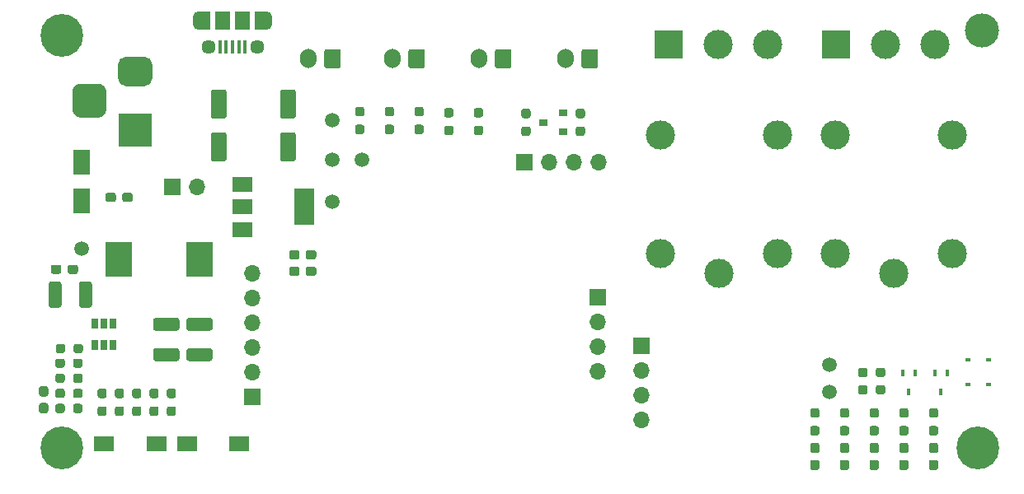
<source format=gbr>
%TF.GenerationSoftware,KiCad,Pcbnew,5.1.9-73d0e3b20d~88~ubuntu18.04.1*%
%TF.CreationDate,2021-03-24T04:21:48+02:00*%
%TF.ProjectId,Electra,456c6563-7472-4612-9e6b-696361645f70,rev?*%
%TF.SameCoordinates,Original*%
%TF.FileFunction,Soldermask,Top*%
%TF.FilePolarity,Negative*%
%FSLAX46Y46*%
G04 Gerber Fmt 4.6, Leading zero omitted, Abs format (unit mm)*
G04 Created by KiCad (PCBNEW 5.1.9-73d0e3b20d~88~ubuntu18.04.1) date 2021-03-24 04:21:48*
%MOMM*%
%LPD*%
G01*
G04 APERTURE LIST*
%ADD10C,3.500000*%
%ADD11C,2.600000*%
%ADD12C,3.000000*%
%ADD13R,1.700000X1.700000*%
%ADD14O,1.700000X1.700000*%
%ADD15O,1.700000X2.000000*%
%ADD16R,2.700000X3.600000*%
%ADD17C,4.400000*%
%ADD18C,0.700000*%
%ADD19R,3.000000X3.000000*%
%ADD20R,1.800000X2.500000*%
%ADD21R,0.600000X0.450000*%
%ADD22R,3.500000X3.500000*%
%ADD23R,1.500000X1.900000*%
%ADD24C,1.450000*%
%ADD25R,0.400000X1.350000*%
%ADD26O,1.200000X1.900000*%
%ADD27R,1.200000X1.900000*%
%ADD28R,0.450000X0.700000*%
%ADD29R,0.900000X0.800000*%
%ADD30R,2.000000X1.600000*%
%ADD31C,1.500000*%
%ADD32R,2.000000X3.800000*%
%ADD33R,2.000000X1.500000*%
%ADD34R,0.650000X1.060000*%
G04 APERTURE END LIST*
%TO.C,R206*%
G36*
G01*
X101625000Y-112137500D02*
X101625000Y-111662500D01*
G75*
G02*
X101862500Y-111425000I237500J0D01*
G01*
X102362500Y-111425000D01*
G75*
G02*
X102600000Y-111662500I0J-237500D01*
G01*
X102600000Y-112137500D01*
G75*
G02*
X102362500Y-112375000I-237500J0D01*
G01*
X101862500Y-112375000D01*
G75*
G02*
X101625000Y-112137500I0J237500D01*
G01*
G37*
G36*
G01*
X99800000Y-112137500D02*
X99800000Y-111662500D01*
G75*
G02*
X100037500Y-111425000I237500J0D01*
G01*
X100537500Y-111425000D01*
G75*
G02*
X100775000Y-111662500I0J-237500D01*
G01*
X100775000Y-112137500D01*
G75*
G02*
X100537500Y-112375000I-237500J0D01*
G01*
X100037500Y-112375000D01*
G75*
G02*
X99800000Y-112137500I0J237500D01*
G01*
G37*
%TD*%
%TO.C,R205*%
G36*
G01*
X101625000Y-110587500D02*
X101625000Y-110112500D01*
G75*
G02*
X101862500Y-109875000I237500J0D01*
G01*
X102362500Y-109875000D01*
G75*
G02*
X102600000Y-110112500I0J-237500D01*
G01*
X102600000Y-110587500D01*
G75*
G02*
X102362500Y-110825000I-237500J0D01*
G01*
X101862500Y-110825000D01*
G75*
G02*
X101625000Y-110587500I0J237500D01*
G01*
G37*
G36*
G01*
X99800000Y-110587500D02*
X99800000Y-110112500D01*
G75*
G02*
X100037500Y-109875000I237500J0D01*
G01*
X100537500Y-109875000D01*
G75*
G02*
X100775000Y-110112500I0J-237500D01*
G01*
X100775000Y-110587500D01*
G75*
G02*
X100537500Y-110825000I-237500J0D01*
G01*
X100037500Y-110825000D01*
G75*
G02*
X99800000Y-110587500I0J237500D01*
G01*
G37*
%TD*%
%TO.C,R204*%
G36*
G01*
X100775000Y-108562500D02*
X100775000Y-109037500D01*
G75*
G02*
X100537500Y-109275000I-237500J0D01*
G01*
X100037500Y-109275000D01*
G75*
G02*
X99800000Y-109037500I0J237500D01*
G01*
X99800000Y-108562500D01*
G75*
G02*
X100037500Y-108325000I237500J0D01*
G01*
X100537500Y-108325000D01*
G75*
G02*
X100775000Y-108562500I0J-237500D01*
G01*
G37*
G36*
G01*
X102600000Y-108562500D02*
X102600000Y-109037500D01*
G75*
G02*
X102362500Y-109275000I-237500J0D01*
G01*
X101862500Y-109275000D01*
G75*
G02*
X101625000Y-109037500I0J237500D01*
G01*
X101625000Y-108562500D01*
G75*
G02*
X101862500Y-108325000I237500J0D01*
G01*
X102362500Y-108325000D01*
G75*
G02*
X102600000Y-108562500I0J-237500D01*
G01*
G37*
%TD*%
%TO.C,R202*%
G36*
G01*
X100775000Y-107012500D02*
X100775000Y-107487500D01*
G75*
G02*
X100537500Y-107725000I-237500J0D01*
G01*
X100037500Y-107725000D01*
G75*
G02*
X99800000Y-107487500I0J237500D01*
G01*
X99800000Y-107012500D01*
G75*
G02*
X100037500Y-106775000I237500J0D01*
G01*
X100537500Y-106775000D01*
G75*
G02*
X100775000Y-107012500I0J-237500D01*
G01*
G37*
G36*
G01*
X102600000Y-107012500D02*
X102600000Y-107487500D01*
G75*
G02*
X102362500Y-107725000I-237500J0D01*
G01*
X101862500Y-107725000D01*
G75*
G02*
X101625000Y-107487500I0J237500D01*
G01*
X101625000Y-107012500D01*
G75*
G02*
X101862500Y-106775000I237500J0D01*
G01*
X102362500Y-106775000D01*
G75*
G02*
X102600000Y-107012500I0J-237500D01*
G01*
G37*
%TD*%
%TO.C,R201*%
G36*
G01*
X101662500Y-105987500D02*
X101662500Y-105512500D01*
G75*
G02*
X101900000Y-105275000I237500J0D01*
G01*
X102400000Y-105275000D01*
G75*
G02*
X102637500Y-105512500I0J-237500D01*
G01*
X102637500Y-105987500D01*
G75*
G02*
X102400000Y-106225000I-237500J0D01*
G01*
X101900000Y-106225000D01*
G75*
G02*
X101662500Y-105987500I0J237500D01*
G01*
G37*
G36*
G01*
X99837500Y-105987500D02*
X99837500Y-105512500D01*
G75*
G02*
X100075000Y-105275000I237500J0D01*
G01*
X100575000Y-105275000D01*
G75*
G02*
X100812500Y-105512500I0J-237500D01*
G01*
X100812500Y-105987500D01*
G75*
G02*
X100575000Y-106225000I-237500J0D01*
G01*
X100075000Y-106225000D01*
G75*
G02*
X99837500Y-105987500I0J237500D01*
G01*
G37*
%TD*%
D10*
%TO.C,REF\u002A\u002A*%
X195000000Y-73000000D03*
D11*
X195000000Y-73000000D03*
%TD*%
D12*
%TO.C,K301*%
X185920000Y-98000000D03*
X179920000Y-96000000D03*
X179920000Y-83800000D03*
X191920000Y-83800000D03*
X191920000Y-96000000D03*
%TD*%
D13*
%TO.C,J801*%
X148000000Y-86600000D03*
D14*
X150540000Y-86600000D03*
X153080000Y-86600000D03*
X155620000Y-86600000D03*
%TD*%
D12*
%TO.C,K401*%
X173920000Y-96000000D03*
X173920000Y-83800000D03*
X161920000Y-83800000D03*
X161920000Y-96000000D03*
X167920000Y-98000000D03*
%TD*%
D14*
%TO.C,REF\u002A\u002A*%
X155500000Y-108080000D03*
X155500000Y-105540000D03*
X155500000Y-103000000D03*
D13*
X155500000Y-100460000D03*
%TD*%
D15*
%TO.C,J501*%
X152186000Y-75946000D03*
G36*
G01*
X155536000Y-75196000D02*
X155536000Y-76696000D01*
G75*
G02*
X155286000Y-76946000I-250000J0D01*
G01*
X154086000Y-76946000D01*
G75*
G02*
X153836000Y-76696000I0J250000D01*
G01*
X153836000Y-75196000D01*
G75*
G02*
X154086000Y-74946000I250000J0D01*
G01*
X155286000Y-74946000D01*
G75*
G02*
X155536000Y-75196000I0J-250000D01*
G01*
G37*
%TD*%
%TO.C,R203*%
G36*
G01*
X178037500Y-112859000D02*
X177562500Y-112859000D01*
G75*
G02*
X177325000Y-112621500I0J237500D01*
G01*
X177325000Y-112121500D01*
G75*
G02*
X177562500Y-111884000I237500J0D01*
G01*
X178037500Y-111884000D01*
G75*
G02*
X178275000Y-112121500I0J-237500D01*
G01*
X178275000Y-112621500D01*
G75*
G02*
X178037500Y-112859000I-237500J0D01*
G01*
G37*
G36*
G01*
X178037500Y-114684000D02*
X177562500Y-114684000D01*
G75*
G02*
X177325000Y-114446500I0J237500D01*
G01*
X177325000Y-113946500D01*
G75*
G02*
X177562500Y-113709000I237500J0D01*
G01*
X178037500Y-113709000D01*
G75*
G02*
X178275000Y-113946500I0J-237500D01*
G01*
X178275000Y-114446500D01*
G75*
G02*
X178037500Y-114684000I-237500J0D01*
G01*
G37*
%TD*%
%TO.C,C203*%
G36*
G01*
X117136000Y-82104000D02*
X116036000Y-82104000D01*
G75*
G02*
X115786000Y-81854000I0J250000D01*
G01*
X115786000Y-79354000D01*
G75*
G02*
X116036000Y-79104000I250000J0D01*
G01*
X117136000Y-79104000D01*
G75*
G02*
X117386000Y-79354000I0J-250000D01*
G01*
X117386000Y-81854000D01*
G75*
G02*
X117136000Y-82104000I-250000J0D01*
G01*
G37*
G36*
G01*
X117136000Y-86504000D02*
X116036000Y-86504000D01*
G75*
G02*
X115786000Y-86254000I0J250000D01*
G01*
X115786000Y-83754000D01*
G75*
G02*
X116036000Y-83504000I250000J0D01*
G01*
X117136000Y-83504000D01*
G75*
G02*
X117386000Y-83754000I0J-250000D01*
G01*
X117386000Y-86254000D01*
G75*
G02*
X117136000Y-86504000I-250000J0D01*
G01*
G37*
%TD*%
D16*
%TO.C,L201*%
X106300000Y-96600000D03*
X114600000Y-96600000D03*
%TD*%
D17*
%TO.C,REF\u002A\u002A*%
X100500000Y-73500000D03*
D18*
X102150000Y-73500000D03*
X101666726Y-74666726D03*
X100500000Y-75150000D03*
X99333274Y-74666726D03*
X98850000Y-73500000D03*
X99333274Y-72333274D03*
X100500000Y-71850000D03*
X101666726Y-72333274D03*
%TD*%
%TO.C,REF\u002A\u002A*%
X101666726Y-114833274D03*
X100500000Y-114350000D03*
X99333274Y-114833274D03*
X98850000Y-116000000D03*
X99333274Y-117166726D03*
X100500000Y-117650000D03*
X101666726Y-117166726D03*
X102150000Y-116000000D03*
D17*
X100500000Y-116000000D03*
%TD*%
%TO.C,REF\u002A\u002A*%
X194500000Y-116000000D03*
D18*
X196150000Y-116000000D03*
X195666726Y-117166726D03*
X194500000Y-117650000D03*
X193333274Y-117166726D03*
X192850000Y-116000000D03*
X193333274Y-114833274D03*
X194500000Y-114350000D03*
X195666726Y-114833274D03*
%TD*%
D12*
%TO.C,J401*%
X172920000Y-74510000D03*
X167840000Y-74510000D03*
D19*
X162760000Y-74510000D03*
%TD*%
%TO.C,C201*%
G36*
G01*
X100437500Y-99099999D02*
X100437500Y-101300001D01*
G75*
G02*
X100187501Y-101550000I-249999J0D01*
G01*
X99362499Y-101550000D01*
G75*
G02*
X99112500Y-101300001I0J249999D01*
G01*
X99112500Y-99099999D01*
G75*
G02*
X99362499Y-98850000I249999J0D01*
G01*
X100187501Y-98850000D01*
G75*
G02*
X100437500Y-99099999I0J-249999D01*
G01*
G37*
G36*
G01*
X103562500Y-99099999D02*
X103562500Y-101300001D01*
G75*
G02*
X103312501Y-101550000I-249999J0D01*
G01*
X102487499Y-101550000D01*
G75*
G02*
X102237500Y-101300001I0J249999D01*
G01*
X102237500Y-99099999D01*
G75*
G02*
X102487499Y-98850000I249999J0D01*
G01*
X103312501Y-98850000D01*
G75*
G02*
X103562500Y-99099999I0J-249999D01*
G01*
G37*
%TD*%
%TO.C,C202*%
G36*
G01*
X100412500Y-97362500D02*
X100412500Y-97837500D01*
G75*
G02*
X100175000Y-98075000I-237500J0D01*
G01*
X99575000Y-98075000D01*
G75*
G02*
X99337500Y-97837500I0J237500D01*
G01*
X99337500Y-97362500D01*
G75*
G02*
X99575000Y-97125000I237500J0D01*
G01*
X100175000Y-97125000D01*
G75*
G02*
X100412500Y-97362500I0J-237500D01*
G01*
G37*
G36*
G01*
X102137500Y-97362500D02*
X102137500Y-97837500D01*
G75*
G02*
X101900000Y-98075000I-237500J0D01*
G01*
X101300000Y-98075000D01*
G75*
G02*
X101062500Y-97837500I0J237500D01*
G01*
X101062500Y-97362500D01*
G75*
G02*
X101300000Y-97125000I237500J0D01*
G01*
X101900000Y-97125000D01*
G75*
G02*
X102137500Y-97362500I0J-237500D01*
G01*
G37*
%TD*%
%TO.C,C204*%
G36*
G01*
X104950000Y-90437500D02*
X104950000Y-89962500D01*
G75*
G02*
X105187500Y-89725000I237500J0D01*
G01*
X105787500Y-89725000D01*
G75*
G02*
X106025000Y-89962500I0J-237500D01*
G01*
X106025000Y-90437500D01*
G75*
G02*
X105787500Y-90675000I-237500J0D01*
G01*
X105187500Y-90675000D01*
G75*
G02*
X104950000Y-90437500I0J237500D01*
G01*
G37*
G36*
G01*
X106675000Y-90437500D02*
X106675000Y-89962500D01*
G75*
G02*
X106912500Y-89725000I237500J0D01*
G01*
X107512500Y-89725000D01*
G75*
G02*
X107750000Y-89962500I0J-237500D01*
G01*
X107750000Y-90437500D01*
G75*
G02*
X107512500Y-90675000I-237500J0D01*
G01*
X106912500Y-90675000D01*
G75*
G02*
X106675000Y-90437500I0J237500D01*
G01*
G37*
%TD*%
%TO.C,C205*%
G36*
G01*
X112300001Y-107037500D02*
X110099999Y-107037500D01*
G75*
G02*
X109850000Y-106787501I0J249999D01*
G01*
X109850000Y-105962499D01*
G75*
G02*
X110099999Y-105712500I249999J0D01*
G01*
X112300001Y-105712500D01*
G75*
G02*
X112550000Y-105962499I0J-249999D01*
G01*
X112550000Y-106787501D01*
G75*
G02*
X112300001Y-107037500I-249999J0D01*
G01*
G37*
G36*
G01*
X112300001Y-103912500D02*
X110099999Y-103912500D01*
G75*
G02*
X109850000Y-103662501I0J249999D01*
G01*
X109850000Y-102837499D01*
G75*
G02*
X110099999Y-102587500I249999J0D01*
G01*
X112300001Y-102587500D01*
G75*
G02*
X112550000Y-102837499I0J-249999D01*
G01*
X112550000Y-103662501D01*
G75*
G02*
X112300001Y-103912500I-249999J0D01*
G01*
G37*
%TD*%
%TO.C,C206*%
G36*
G01*
X115700001Y-103912500D02*
X113499999Y-103912500D01*
G75*
G02*
X113250000Y-103662501I0J249999D01*
G01*
X113250000Y-102837499D01*
G75*
G02*
X113499999Y-102587500I249999J0D01*
G01*
X115700001Y-102587500D01*
G75*
G02*
X115950000Y-102837499I0J-249999D01*
G01*
X115950000Y-103662501D01*
G75*
G02*
X115700001Y-103912500I-249999J0D01*
G01*
G37*
G36*
G01*
X115700001Y-107037500D02*
X113499999Y-107037500D01*
G75*
G02*
X113250000Y-106787501I0J249999D01*
G01*
X113250000Y-105962499D01*
G75*
G02*
X113499999Y-105712500I249999J0D01*
G01*
X115700001Y-105712500D01*
G75*
G02*
X115950000Y-105962499I0J-249999D01*
G01*
X115950000Y-106787501D01*
G75*
G02*
X115700001Y-107037500I-249999J0D01*
G01*
G37*
%TD*%
%TO.C,C207*%
G36*
G01*
X98837500Y-112400000D02*
X98362500Y-112400000D01*
G75*
G02*
X98125000Y-112162500I0J237500D01*
G01*
X98125000Y-111562500D01*
G75*
G02*
X98362500Y-111325000I237500J0D01*
G01*
X98837500Y-111325000D01*
G75*
G02*
X99075000Y-111562500I0J-237500D01*
G01*
X99075000Y-112162500D01*
G75*
G02*
X98837500Y-112400000I-237500J0D01*
G01*
G37*
G36*
G01*
X98837500Y-110675000D02*
X98362500Y-110675000D01*
G75*
G02*
X98125000Y-110437500I0J237500D01*
G01*
X98125000Y-109837500D01*
G75*
G02*
X98362500Y-109600000I237500J0D01*
G01*
X98837500Y-109600000D01*
G75*
G02*
X99075000Y-109837500I0J-237500D01*
G01*
X99075000Y-110437500D01*
G75*
G02*
X98837500Y-110675000I-237500J0D01*
G01*
G37*
%TD*%
%TO.C,C208*%
G36*
G01*
X124248000Y-86504000D02*
X123148000Y-86504000D01*
G75*
G02*
X122898000Y-86254000I0J250000D01*
G01*
X122898000Y-83754000D01*
G75*
G02*
X123148000Y-83504000I250000J0D01*
G01*
X124248000Y-83504000D01*
G75*
G02*
X124498000Y-83754000I0J-250000D01*
G01*
X124498000Y-86254000D01*
G75*
G02*
X124248000Y-86504000I-250000J0D01*
G01*
G37*
G36*
G01*
X124248000Y-82104000D02*
X123148000Y-82104000D01*
G75*
G02*
X122898000Y-81854000I0J250000D01*
G01*
X122898000Y-79354000D01*
G75*
G02*
X123148000Y-79104000I250000J0D01*
G01*
X124248000Y-79104000D01*
G75*
G02*
X124498000Y-79354000I0J-250000D01*
G01*
X124498000Y-81854000D01*
G75*
G02*
X124248000Y-82104000I-250000J0D01*
G01*
G37*
%TD*%
%TO.C,C601*%
G36*
G01*
X126600000Y-95862500D02*
X126600000Y-96337500D01*
G75*
G02*
X126362500Y-96575000I-237500J0D01*
G01*
X125762500Y-96575000D01*
G75*
G02*
X125525000Y-96337500I0J237500D01*
G01*
X125525000Y-95862500D01*
G75*
G02*
X125762500Y-95625000I237500J0D01*
G01*
X126362500Y-95625000D01*
G75*
G02*
X126600000Y-95862500I0J-237500D01*
G01*
G37*
G36*
G01*
X124875000Y-95862500D02*
X124875000Y-96337500D01*
G75*
G02*
X124637500Y-96575000I-237500J0D01*
G01*
X124037500Y-96575000D01*
G75*
G02*
X123800000Y-96337500I0J237500D01*
G01*
X123800000Y-95862500D01*
G75*
G02*
X124037500Y-95625000I237500J0D01*
G01*
X124637500Y-95625000D01*
G75*
G02*
X124875000Y-95862500I0J-237500D01*
G01*
G37*
%TD*%
%TO.C,C602*%
G36*
G01*
X124875000Y-97562500D02*
X124875000Y-98037500D01*
G75*
G02*
X124637500Y-98275000I-237500J0D01*
G01*
X124037500Y-98275000D01*
G75*
G02*
X123800000Y-98037500I0J237500D01*
G01*
X123800000Y-97562500D01*
G75*
G02*
X124037500Y-97325000I237500J0D01*
G01*
X124637500Y-97325000D01*
G75*
G02*
X124875000Y-97562500I0J-237500D01*
G01*
G37*
G36*
G01*
X126600000Y-97562500D02*
X126600000Y-98037500D01*
G75*
G02*
X126362500Y-98275000I-237500J0D01*
G01*
X125762500Y-98275000D01*
G75*
G02*
X125525000Y-98037500I0J237500D01*
G01*
X125525000Y-97562500D01*
G75*
G02*
X125762500Y-97325000I237500J0D01*
G01*
X126362500Y-97325000D01*
G75*
G02*
X126600000Y-97562500I0J-237500D01*
G01*
G37*
%TD*%
D20*
%TO.C,D201*%
X102500000Y-86600000D03*
X102500000Y-90600000D03*
%TD*%
%TO.C,D202*%
G36*
G01*
X178037500Y-118240000D02*
X177562500Y-118240000D01*
G75*
G02*
X177325000Y-118002500I0J237500D01*
G01*
X177325000Y-117427500D01*
G75*
G02*
X177562500Y-117190000I237500J0D01*
G01*
X178037500Y-117190000D01*
G75*
G02*
X178275000Y-117427500I0J-237500D01*
G01*
X178275000Y-118002500D01*
G75*
G02*
X178037500Y-118240000I-237500J0D01*
G01*
G37*
G36*
G01*
X178037500Y-116490000D02*
X177562500Y-116490000D01*
G75*
G02*
X177325000Y-116252500I0J237500D01*
G01*
X177325000Y-115677500D01*
G75*
G02*
X177562500Y-115440000I237500J0D01*
G01*
X178037500Y-115440000D01*
G75*
G02*
X178275000Y-115677500I0J-237500D01*
G01*
X178275000Y-116252500D01*
G75*
G02*
X178037500Y-116490000I-237500J0D01*
G01*
G37*
%TD*%
%TO.C,D301*%
G36*
G01*
X190229500Y-116490000D02*
X189754500Y-116490000D01*
G75*
G02*
X189517000Y-116252500I0J237500D01*
G01*
X189517000Y-115677500D01*
G75*
G02*
X189754500Y-115440000I237500J0D01*
G01*
X190229500Y-115440000D01*
G75*
G02*
X190467000Y-115677500I0J-237500D01*
G01*
X190467000Y-116252500D01*
G75*
G02*
X190229500Y-116490000I-237500J0D01*
G01*
G37*
G36*
G01*
X190229500Y-118240000D02*
X189754500Y-118240000D01*
G75*
G02*
X189517000Y-118002500I0J237500D01*
G01*
X189517000Y-117427500D01*
G75*
G02*
X189754500Y-117190000I237500J0D01*
G01*
X190229500Y-117190000D01*
G75*
G02*
X190467000Y-117427500I0J-237500D01*
G01*
X190467000Y-118002500D01*
G75*
G02*
X190229500Y-118240000I-237500J0D01*
G01*
G37*
%TD*%
D21*
%TO.C,D302*%
X195614000Y-106934000D03*
X193514000Y-106934000D03*
%TD*%
%TO.C,D401*%
G36*
G01*
X187181500Y-118240000D02*
X186706500Y-118240000D01*
G75*
G02*
X186469000Y-118002500I0J237500D01*
G01*
X186469000Y-117427500D01*
G75*
G02*
X186706500Y-117190000I237500J0D01*
G01*
X187181500Y-117190000D01*
G75*
G02*
X187419000Y-117427500I0J-237500D01*
G01*
X187419000Y-118002500D01*
G75*
G02*
X187181500Y-118240000I-237500J0D01*
G01*
G37*
G36*
G01*
X187181500Y-116490000D02*
X186706500Y-116490000D01*
G75*
G02*
X186469000Y-116252500I0J237500D01*
G01*
X186469000Y-115677500D01*
G75*
G02*
X186706500Y-115440000I237500J0D01*
G01*
X187181500Y-115440000D01*
G75*
G02*
X187419000Y-115677500I0J-237500D01*
G01*
X187419000Y-116252500D01*
G75*
G02*
X187181500Y-116490000I-237500J0D01*
G01*
G37*
%TD*%
%TO.C,D402*%
X193514000Y-109474000D03*
X195614000Y-109474000D03*
%TD*%
%TO.C,D601*%
G36*
G01*
X181085500Y-118240000D02*
X180610500Y-118240000D01*
G75*
G02*
X180373000Y-118002500I0J237500D01*
G01*
X180373000Y-117427500D01*
G75*
G02*
X180610500Y-117190000I237500J0D01*
G01*
X181085500Y-117190000D01*
G75*
G02*
X181323000Y-117427500I0J-237500D01*
G01*
X181323000Y-118002500D01*
G75*
G02*
X181085500Y-118240000I-237500J0D01*
G01*
G37*
G36*
G01*
X181085500Y-116490000D02*
X180610500Y-116490000D01*
G75*
G02*
X180373000Y-116252500I0J237500D01*
G01*
X180373000Y-115677500D01*
G75*
G02*
X180610500Y-115440000I237500J0D01*
G01*
X181085500Y-115440000D01*
G75*
G02*
X181323000Y-115677500I0J-237500D01*
G01*
X181323000Y-116252500D01*
G75*
G02*
X181085500Y-116490000I-237500J0D01*
G01*
G37*
%TD*%
%TO.C,D602*%
G36*
G01*
X184133500Y-116490000D02*
X183658500Y-116490000D01*
G75*
G02*
X183421000Y-116252500I0J237500D01*
G01*
X183421000Y-115677500D01*
G75*
G02*
X183658500Y-115440000I237500J0D01*
G01*
X184133500Y-115440000D01*
G75*
G02*
X184371000Y-115677500I0J-237500D01*
G01*
X184371000Y-116252500D01*
G75*
G02*
X184133500Y-116490000I-237500J0D01*
G01*
G37*
G36*
G01*
X184133500Y-118240000D02*
X183658500Y-118240000D01*
G75*
G02*
X183421000Y-118002500I0J237500D01*
G01*
X183421000Y-117427500D01*
G75*
G02*
X183658500Y-117190000I237500J0D01*
G01*
X184133500Y-117190000D01*
G75*
G02*
X184371000Y-117427500I0J-237500D01*
G01*
X184371000Y-118002500D01*
G75*
G02*
X184133500Y-118240000I-237500J0D01*
G01*
G37*
%TD*%
D13*
%TO.C,J101*%
X120000000Y-110700000D03*
D14*
X120000000Y-108160000D03*
X120000000Y-105620000D03*
X120000000Y-103080000D03*
X120000000Y-100540000D03*
X120000000Y-98000000D03*
%TD*%
%TO.C,J102*%
X160000000Y-113120000D03*
X160000000Y-110580000D03*
X160000000Y-108040000D03*
D13*
X160000000Y-105500000D03*
%TD*%
D22*
%TO.C,J201*%
X108000000Y-83250000D03*
G36*
G01*
X107000000Y-75750000D02*
X109000000Y-75750000D01*
G75*
G02*
X109750000Y-76500000I0J-750000D01*
G01*
X109750000Y-78000000D01*
G75*
G02*
X109000000Y-78750000I-750000J0D01*
G01*
X107000000Y-78750000D01*
G75*
G02*
X106250000Y-78000000I0J750000D01*
G01*
X106250000Y-76500000D01*
G75*
G02*
X107000000Y-75750000I750000J0D01*
G01*
G37*
G36*
G01*
X102425000Y-78500000D02*
X104175000Y-78500000D01*
G75*
G02*
X105050000Y-79375000I0J-875000D01*
G01*
X105050000Y-81125000D01*
G75*
G02*
X104175000Y-82000000I-875000J0D01*
G01*
X102425000Y-82000000D01*
G75*
G02*
X101550000Y-81125000I0J875000D01*
G01*
X101550000Y-79375000D01*
G75*
G02*
X102425000Y-78500000I875000J0D01*
G01*
G37*
%TD*%
D23*
%TO.C,J202*%
X117000000Y-72012500D03*
D24*
X120500000Y-74712500D03*
D25*
X118650000Y-74712500D03*
X119300000Y-74712500D03*
X116700000Y-74712500D03*
X117350000Y-74712500D03*
X118000000Y-74712500D03*
D24*
X115500000Y-74712500D03*
D23*
X119000000Y-72012500D03*
D26*
X121500000Y-72012500D03*
X114500000Y-72012500D03*
D27*
X115100000Y-72012500D03*
X120900000Y-72012500D03*
%TD*%
D13*
%TO.C,J203*%
X111850000Y-89150000D03*
D14*
X114390000Y-89150000D03*
%TD*%
D19*
%TO.C,J301*%
X180010000Y-74510000D03*
D12*
X185090000Y-74510000D03*
X190170000Y-74510000D03*
%TD*%
%TO.C,J502*%
G36*
G01*
X146646000Y-75196000D02*
X146646000Y-76696000D01*
G75*
G02*
X146396000Y-76946000I-250000J0D01*
G01*
X145196000Y-76946000D01*
G75*
G02*
X144946000Y-76696000I0J250000D01*
G01*
X144946000Y-75196000D01*
G75*
G02*
X145196000Y-74946000I250000J0D01*
G01*
X146396000Y-74946000D01*
G75*
G02*
X146646000Y-75196000I0J-250000D01*
G01*
G37*
D15*
X143296000Y-75946000D03*
%TD*%
%TO.C,J701*%
G36*
G01*
X137756000Y-75196000D02*
X137756000Y-76696000D01*
G75*
G02*
X137506000Y-76946000I-250000J0D01*
G01*
X136306000Y-76946000D01*
G75*
G02*
X136056000Y-76696000I0J250000D01*
G01*
X136056000Y-75196000D01*
G75*
G02*
X136306000Y-74946000I250000J0D01*
G01*
X137506000Y-74946000D01*
G75*
G02*
X137756000Y-75196000I0J-250000D01*
G01*
G37*
X134406000Y-75946000D03*
%TD*%
%TO.C,J702*%
X125770000Y-75946000D03*
G36*
G01*
X129120000Y-75196000D02*
X129120000Y-76696000D01*
G75*
G02*
X128870000Y-76946000I-250000J0D01*
G01*
X127670000Y-76946000D01*
G75*
G02*
X127420000Y-76696000I0J250000D01*
G01*
X127420000Y-75196000D01*
G75*
G02*
X127670000Y-74946000I250000J0D01*
G01*
X128870000Y-74946000D01*
G75*
G02*
X129120000Y-75196000I0J-250000D01*
G01*
G37*
%TD*%
D28*
%TO.C,Q301*%
X191404000Y-108220000D03*
X190104000Y-108220000D03*
X190754000Y-110220000D03*
%TD*%
%TO.C,Q401*%
X187452000Y-110220000D03*
X186802000Y-108220000D03*
X188102000Y-108220000D03*
%TD*%
D29*
%TO.C,Q801*%
X151926000Y-83440000D03*
X151926000Y-81540000D03*
X149926000Y-82490000D03*
%TD*%
%TO.C,R301*%
G36*
G01*
X185042000Y-109744500D02*
X185042000Y-110219500D01*
G75*
G02*
X184804500Y-110457000I-237500J0D01*
G01*
X184304500Y-110457000D01*
G75*
G02*
X184067000Y-110219500I0J237500D01*
G01*
X184067000Y-109744500D01*
G75*
G02*
X184304500Y-109507000I237500J0D01*
G01*
X184804500Y-109507000D01*
G75*
G02*
X185042000Y-109744500I0J-237500D01*
G01*
G37*
G36*
G01*
X183217000Y-109744500D02*
X183217000Y-110219500D01*
G75*
G02*
X182979500Y-110457000I-237500J0D01*
G01*
X182479500Y-110457000D01*
G75*
G02*
X182242000Y-110219500I0J237500D01*
G01*
X182242000Y-109744500D01*
G75*
G02*
X182479500Y-109507000I237500J0D01*
G01*
X182979500Y-109507000D01*
G75*
G02*
X183217000Y-109744500I0J-237500D01*
G01*
G37*
%TD*%
%TO.C,R302*%
G36*
G01*
X189754500Y-111884000D02*
X190229500Y-111884000D01*
G75*
G02*
X190467000Y-112121500I0J-237500D01*
G01*
X190467000Y-112621500D01*
G75*
G02*
X190229500Y-112859000I-237500J0D01*
G01*
X189754500Y-112859000D01*
G75*
G02*
X189517000Y-112621500I0J237500D01*
G01*
X189517000Y-112121500D01*
G75*
G02*
X189754500Y-111884000I237500J0D01*
G01*
G37*
G36*
G01*
X189754500Y-113709000D02*
X190229500Y-113709000D01*
G75*
G02*
X190467000Y-113946500I0J-237500D01*
G01*
X190467000Y-114446500D01*
G75*
G02*
X190229500Y-114684000I-237500J0D01*
G01*
X189754500Y-114684000D01*
G75*
G02*
X189517000Y-114446500I0J237500D01*
G01*
X189517000Y-113946500D01*
G75*
G02*
X189754500Y-113709000I237500J0D01*
G01*
G37*
%TD*%
%TO.C,R401*%
G36*
G01*
X183217000Y-107966500D02*
X183217000Y-108441500D01*
G75*
G02*
X182979500Y-108679000I-237500J0D01*
G01*
X182479500Y-108679000D01*
G75*
G02*
X182242000Y-108441500I0J237500D01*
G01*
X182242000Y-107966500D01*
G75*
G02*
X182479500Y-107729000I237500J0D01*
G01*
X182979500Y-107729000D01*
G75*
G02*
X183217000Y-107966500I0J-237500D01*
G01*
G37*
G36*
G01*
X185042000Y-107966500D02*
X185042000Y-108441500D01*
G75*
G02*
X184804500Y-108679000I-237500J0D01*
G01*
X184304500Y-108679000D01*
G75*
G02*
X184067000Y-108441500I0J237500D01*
G01*
X184067000Y-107966500D01*
G75*
G02*
X184304500Y-107729000I237500J0D01*
G01*
X184804500Y-107729000D01*
G75*
G02*
X185042000Y-107966500I0J-237500D01*
G01*
G37*
%TD*%
%TO.C,R402*%
G36*
G01*
X186706500Y-113709000D02*
X187181500Y-113709000D01*
G75*
G02*
X187419000Y-113946500I0J-237500D01*
G01*
X187419000Y-114446500D01*
G75*
G02*
X187181500Y-114684000I-237500J0D01*
G01*
X186706500Y-114684000D01*
G75*
G02*
X186469000Y-114446500I0J237500D01*
G01*
X186469000Y-113946500D01*
G75*
G02*
X186706500Y-113709000I237500J0D01*
G01*
G37*
G36*
G01*
X186706500Y-111884000D02*
X187181500Y-111884000D01*
G75*
G02*
X187419000Y-112121500I0J-237500D01*
G01*
X187419000Y-112621500D01*
G75*
G02*
X187181500Y-112859000I-237500J0D01*
G01*
X186706500Y-112859000D01*
G75*
G02*
X186469000Y-112621500I0J237500D01*
G01*
X186469000Y-112121500D01*
G75*
G02*
X186706500Y-111884000I237500J0D01*
G01*
G37*
%TD*%
%TO.C,R501*%
G36*
G01*
X140445500Y-81974500D02*
X139970500Y-81974500D01*
G75*
G02*
X139733000Y-81737000I0J237500D01*
G01*
X139733000Y-81237000D01*
G75*
G02*
X139970500Y-80999500I237500J0D01*
G01*
X140445500Y-80999500D01*
G75*
G02*
X140683000Y-81237000I0J-237500D01*
G01*
X140683000Y-81737000D01*
G75*
G02*
X140445500Y-81974500I-237500J0D01*
G01*
G37*
G36*
G01*
X140445500Y-83799500D02*
X139970500Y-83799500D01*
G75*
G02*
X139733000Y-83562000I0J237500D01*
G01*
X139733000Y-83062000D01*
G75*
G02*
X139970500Y-82824500I237500J0D01*
G01*
X140445500Y-82824500D01*
G75*
G02*
X140683000Y-83062000I0J-237500D01*
G01*
X140683000Y-83562000D01*
G75*
G02*
X140445500Y-83799500I-237500J0D01*
G01*
G37*
%TD*%
%TO.C,R502*%
G36*
G01*
X143493500Y-83799500D02*
X143018500Y-83799500D01*
G75*
G02*
X142781000Y-83562000I0J237500D01*
G01*
X142781000Y-83062000D01*
G75*
G02*
X143018500Y-82824500I237500J0D01*
G01*
X143493500Y-82824500D01*
G75*
G02*
X143731000Y-83062000I0J-237500D01*
G01*
X143731000Y-83562000D01*
G75*
G02*
X143493500Y-83799500I-237500J0D01*
G01*
G37*
G36*
G01*
X143493500Y-81974500D02*
X143018500Y-81974500D01*
G75*
G02*
X142781000Y-81737000I0J237500D01*
G01*
X142781000Y-81237000D01*
G75*
G02*
X143018500Y-80999500I237500J0D01*
G01*
X143493500Y-80999500D01*
G75*
G02*
X143731000Y-81237000I0J-237500D01*
G01*
X143731000Y-81737000D01*
G75*
G02*
X143493500Y-81974500I-237500J0D01*
G01*
G37*
%TD*%
%TO.C,R601*%
G36*
G01*
X106625500Y-112674000D02*
X106150500Y-112674000D01*
G75*
G02*
X105913000Y-112436500I0J237500D01*
G01*
X105913000Y-111936500D01*
G75*
G02*
X106150500Y-111699000I237500J0D01*
G01*
X106625500Y-111699000D01*
G75*
G02*
X106863000Y-111936500I0J-237500D01*
G01*
X106863000Y-112436500D01*
G75*
G02*
X106625500Y-112674000I-237500J0D01*
G01*
G37*
G36*
G01*
X106625500Y-110849000D02*
X106150500Y-110849000D01*
G75*
G02*
X105913000Y-110611500I0J237500D01*
G01*
X105913000Y-110111500D01*
G75*
G02*
X106150500Y-109874000I237500J0D01*
G01*
X106625500Y-109874000D01*
G75*
G02*
X106863000Y-110111500I0J-237500D01*
G01*
X106863000Y-110611500D01*
G75*
G02*
X106625500Y-110849000I-237500J0D01*
G01*
G37*
%TD*%
%TO.C,R602*%
G36*
G01*
X104847500Y-110849000D02*
X104372500Y-110849000D01*
G75*
G02*
X104135000Y-110611500I0J237500D01*
G01*
X104135000Y-110111500D01*
G75*
G02*
X104372500Y-109874000I237500J0D01*
G01*
X104847500Y-109874000D01*
G75*
G02*
X105085000Y-110111500I0J-237500D01*
G01*
X105085000Y-110611500D01*
G75*
G02*
X104847500Y-110849000I-237500J0D01*
G01*
G37*
G36*
G01*
X104847500Y-112674000D02*
X104372500Y-112674000D01*
G75*
G02*
X104135000Y-112436500I0J237500D01*
G01*
X104135000Y-111936500D01*
G75*
G02*
X104372500Y-111699000I237500J0D01*
G01*
X104847500Y-111699000D01*
G75*
G02*
X105085000Y-111936500I0J-237500D01*
G01*
X105085000Y-112436500D01*
G75*
G02*
X104847500Y-112674000I-237500J0D01*
G01*
G37*
%TD*%
%TO.C,R603*%
G36*
G01*
X109706500Y-109874000D02*
X110181500Y-109874000D01*
G75*
G02*
X110419000Y-110111500I0J-237500D01*
G01*
X110419000Y-110611500D01*
G75*
G02*
X110181500Y-110849000I-237500J0D01*
G01*
X109706500Y-110849000D01*
G75*
G02*
X109469000Y-110611500I0J237500D01*
G01*
X109469000Y-110111500D01*
G75*
G02*
X109706500Y-109874000I237500J0D01*
G01*
G37*
G36*
G01*
X109706500Y-111699000D02*
X110181500Y-111699000D01*
G75*
G02*
X110419000Y-111936500I0J-237500D01*
G01*
X110419000Y-112436500D01*
G75*
G02*
X110181500Y-112674000I-237500J0D01*
G01*
X109706500Y-112674000D01*
G75*
G02*
X109469000Y-112436500I0J237500D01*
G01*
X109469000Y-111936500D01*
G75*
G02*
X109706500Y-111699000I237500J0D01*
G01*
G37*
%TD*%
%TO.C,R604*%
G36*
G01*
X181085500Y-112859000D02*
X180610500Y-112859000D01*
G75*
G02*
X180373000Y-112621500I0J237500D01*
G01*
X180373000Y-112121500D01*
G75*
G02*
X180610500Y-111884000I237500J0D01*
G01*
X181085500Y-111884000D01*
G75*
G02*
X181323000Y-112121500I0J-237500D01*
G01*
X181323000Y-112621500D01*
G75*
G02*
X181085500Y-112859000I-237500J0D01*
G01*
G37*
G36*
G01*
X181085500Y-114684000D02*
X180610500Y-114684000D01*
G75*
G02*
X180373000Y-114446500I0J237500D01*
G01*
X180373000Y-113946500D01*
G75*
G02*
X180610500Y-113709000I237500J0D01*
G01*
X181085500Y-113709000D01*
G75*
G02*
X181323000Y-113946500I0J-237500D01*
G01*
X181323000Y-114446500D01*
G75*
G02*
X181085500Y-114684000I-237500J0D01*
G01*
G37*
%TD*%
%TO.C,R605*%
G36*
G01*
X107928500Y-111699000D02*
X108403500Y-111699000D01*
G75*
G02*
X108641000Y-111936500I0J-237500D01*
G01*
X108641000Y-112436500D01*
G75*
G02*
X108403500Y-112674000I-237500J0D01*
G01*
X107928500Y-112674000D01*
G75*
G02*
X107691000Y-112436500I0J237500D01*
G01*
X107691000Y-111936500D01*
G75*
G02*
X107928500Y-111699000I237500J0D01*
G01*
G37*
G36*
G01*
X107928500Y-109874000D02*
X108403500Y-109874000D01*
G75*
G02*
X108641000Y-110111500I0J-237500D01*
G01*
X108641000Y-110611500D01*
G75*
G02*
X108403500Y-110849000I-237500J0D01*
G01*
X107928500Y-110849000D01*
G75*
G02*
X107691000Y-110611500I0J237500D01*
G01*
X107691000Y-110111500D01*
G75*
G02*
X107928500Y-109874000I237500J0D01*
G01*
G37*
%TD*%
%TO.C,R606*%
G36*
G01*
X111484500Y-111699000D02*
X111959500Y-111699000D01*
G75*
G02*
X112197000Y-111936500I0J-237500D01*
G01*
X112197000Y-112436500D01*
G75*
G02*
X111959500Y-112674000I-237500J0D01*
G01*
X111484500Y-112674000D01*
G75*
G02*
X111247000Y-112436500I0J237500D01*
G01*
X111247000Y-111936500D01*
G75*
G02*
X111484500Y-111699000I237500J0D01*
G01*
G37*
G36*
G01*
X111484500Y-109874000D02*
X111959500Y-109874000D01*
G75*
G02*
X112197000Y-110111500I0J-237500D01*
G01*
X112197000Y-110611500D01*
G75*
G02*
X111959500Y-110849000I-237500J0D01*
G01*
X111484500Y-110849000D01*
G75*
G02*
X111247000Y-110611500I0J237500D01*
G01*
X111247000Y-110111500D01*
G75*
G02*
X111484500Y-109874000I237500J0D01*
G01*
G37*
%TD*%
%TO.C,R607*%
G36*
G01*
X184133500Y-114684000D02*
X183658500Y-114684000D01*
G75*
G02*
X183421000Y-114446500I0J237500D01*
G01*
X183421000Y-113946500D01*
G75*
G02*
X183658500Y-113709000I237500J0D01*
G01*
X184133500Y-113709000D01*
G75*
G02*
X184371000Y-113946500I0J-237500D01*
G01*
X184371000Y-114446500D01*
G75*
G02*
X184133500Y-114684000I-237500J0D01*
G01*
G37*
G36*
G01*
X184133500Y-112859000D02*
X183658500Y-112859000D01*
G75*
G02*
X183421000Y-112621500I0J237500D01*
G01*
X183421000Y-112121500D01*
G75*
G02*
X183658500Y-111884000I237500J0D01*
G01*
X184133500Y-111884000D01*
G75*
G02*
X184371000Y-112121500I0J-237500D01*
G01*
X184371000Y-112621500D01*
G75*
G02*
X184133500Y-112859000I-237500J0D01*
G01*
G37*
%TD*%
%TO.C,R701*%
G36*
G01*
X136922500Y-80896000D02*
X137397500Y-80896000D01*
G75*
G02*
X137635000Y-81133500I0J-237500D01*
G01*
X137635000Y-81633500D01*
G75*
G02*
X137397500Y-81871000I-237500J0D01*
G01*
X136922500Y-81871000D01*
G75*
G02*
X136685000Y-81633500I0J237500D01*
G01*
X136685000Y-81133500D01*
G75*
G02*
X136922500Y-80896000I237500J0D01*
G01*
G37*
G36*
G01*
X136922500Y-82721000D02*
X137397500Y-82721000D01*
G75*
G02*
X137635000Y-82958500I0J-237500D01*
G01*
X137635000Y-83458500D01*
G75*
G02*
X137397500Y-83696000I-237500J0D01*
G01*
X136922500Y-83696000D01*
G75*
G02*
X136685000Y-83458500I0J237500D01*
G01*
X136685000Y-82958500D01*
G75*
G02*
X136922500Y-82721000I237500J0D01*
G01*
G37*
%TD*%
%TO.C,R702*%
G36*
G01*
X133874500Y-80896000D02*
X134349500Y-80896000D01*
G75*
G02*
X134587000Y-81133500I0J-237500D01*
G01*
X134587000Y-81633500D01*
G75*
G02*
X134349500Y-81871000I-237500J0D01*
G01*
X133874500Y-81871000D01*
G75*
G02*
X133637000Y-81633500I0J237500D01*
G01*
X133637000Y-81133500D01*
G75*
G02*
X133874500Y-80896000I237500J0D01*
G01*
G37*
G36*
G01*
X133874500Y-82721000D02*
X134349500Y-82721000D01*
G75*
G02*
X134587000Y-82958500I0J-237500D01*
G01*
X134587000Y-83458500D01*
G75*
G02*
X134349500Y-83696000I-237500J0D01*
G01*
X133874500Y-83696000D01*
G75*
G02*
X133637000Y-83458500I0J237500D01*
G01*
X133637000Y-82958500D01*
G75*
G02*
X133874500Y-82721000I237500J0D01*
G01*
G37*
%TD*%
%TO.C,R703*%
G36*
G01*
X130826500Y-82721000D02*
X131301500Y-82721000D01*
G75*
G02*
X131539000Y-82958500I0J-237500D01*
G01*
X131539000Y-83458500D01*
G75*
G02*
X131301500Y-83696000I-237500J0D01*
G01*
X130826500Y-83696000D01*
G75*
G02*
X130589000Y-83458500I0J237500D01*
G01*
X130589000Y-82958500D01*
G75*
G02*
X130826500Y-82721000I237500J0D01*
G01*
G37*
G36*
G01*
X130826500Y-80896000D02*
X131301500Y-80896000D01*
G75*
G02*
X131539000Y-81133500I0J-237500D01*
G01*
X131539000Y-81633500D01*
G75*
G02*
X131301500Y-81871000I-237500J0D01*
G01*
X130826500Y-81871000D01*
G75*
G02*
X130589000Y-81633500I0J237500D01*
G01*
X130589000Y-81133500D01*
G75*
G02*
X130826500Y-80896000I237500J0D01*
G01*
G37*
%TD*%
%TO.C,R801*%
G36*
G01*
X153957500Y-83890000D02*
X153482500Y-83890000D01*
G75*
G02*
X153245000Y-83652500I0J237500D01*
G01*
X153245000Y-83152500D01*
G75*
G02*
X153482500Y-82915000I237500J0D01*
G01*
X153957500Y-82915000D01*
G75*
G02*
X154195000Y-83152500I0J-237500D01*
G01*
X154195000Y-83652500D01*
G75*
G02*
X153957500Y-83890000I-237500J0D01*
G01*
G37*
G36*
G01*
X153957500Y-82065000D02*
X153482500Y-82065000D01*
G75*
G02*
X153245000Y-81827500I0J237500D01*
G01*
X153245000Y-81327500D01*
G75*
G02*
X153482500Y-81090000I237500J0D01*
G01*
X153957500Y-81090000D01*
G75*
G02*
X154195000Y-81327500I0J-237500D01*
G01*
X154195000Y-81827500D01*
G75*
G02*
X153957500Y-82065000I-237500J0D01*
G01*
G37*
%TD*%
%TO.C,R802*%
G36*
G01*
X148369500Y-82065000D02*
X147894500Y-82065000D01*
G75*
G02*
X147657000Y-81827500I0J237500D01*
G01*
X147657000Y-81327500D01*
G75*
G02*
X147894500Y-81090000I237500J0D01*
G01*
X148369500Y-81090000D01*
G75*
G02*
X148607000Y-81327500I0J-237500D01*
G01*
X148607000Y-81827500D01*
G75*
G02*
X148369500Y-82065000I-237500J0D01*
G01*
G37*
G36*
G01*
X148369500Y-83890000D02*
X147894500Y-83890000D01*
G75*
G02*
X147657000Y-83652500I0J237500D01*
G01*
X147657000Y-83152500D01*
G75*
G02*
X147894500Y-82915000I237500J0D01*
G01*
X148369500Y-82915000D01*
G75*
G02*
X148607000Y-83152500I0J-237500D01*
G01*
X148607000Y-83652500D01*
G75*
G02*
X148369500Y-83890000I-237500J0D01*
G01*
G37*
%TD*%
D30*
%TO.C,SW601*%
X113300000Y-115500000D03*
X118700000Y-115500000D03*
%TD*%
%TO.C,SW602*%
X110200000Y-115500000D03*
X104800000Y-115500000D03*
%TD*%
D31*
%TO.C,TP201*%
X128270000Y-82296000D03*
%TD*%
%TO.C,TP202*%
X102500000Y-95500000D03*
%TD*%
%TO.C,TP203*%
X128250000Y-90678000D03*
%TD*%
%TO.C,TP204*%
X128270000Y-86360000D03*
%TD*%
%TO.C,TP301*%
X179324000Y-110236000D03*
%TD*%
%TO.C,TP401*%
X179324000Y-107442000D03*
%TD*%
%TO.C,TP701*%
X131318000Y-86360000D03*
%TD*%
D32*
%TO.C,U201*%
X125324000Y-91186000D03*
D33*
X119024000Y-91186000D03*
X119024000Y-93486000D03*
X119024000Y-88886000D03*
%TD*%
D34*
%TO.C,U202*%
X105750000Y-103200000D03*
X104800000Y-103200000D03*
X103850000Y-103200000D03*
X103850000Y-105400000D03*
X105750000Y-105400000D03*
X104800000Y-105400000D03*
%TD*%
M02*

</source>
